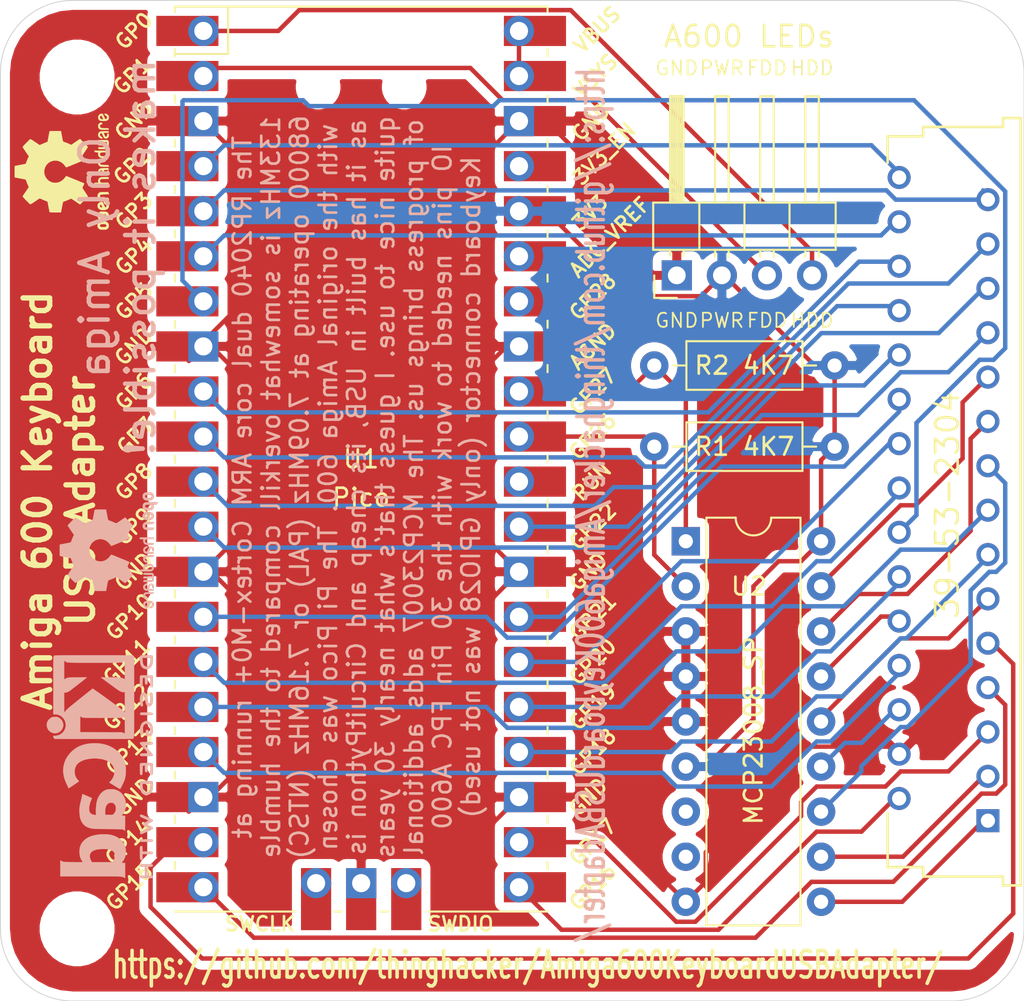
<source format=kicad_pcb>
(kicad_pcb (version 20171130) (host pcbnew "(5.1.10)-1")
  (layers (0 F.Cu signal hide) (31 B.Cu signal hide) (34 B.Paste user hide) (35 F.Paste user) (36 B.SilkS user) (37 F.SilkS user hide) (38 B.Mask user) (39 F.Mask user) (44 Edge.Cuts user))
  (net 0 "")
  (net 1 "Net-(U1-Pad43)")
  (net 2 "Net-(U1-Pad41)")
  (net 3 GND)
  (net 4 "Net-(U1-Pad30)")
  (net 5 "Net-(U1-Pad35)")
  (net 6 "Net-(U1-Pad37)")
  (net 7 "Net-(U1-Pad39)")
  (net 8 /M1Col5)
  (net 9 /M1Col4)
  (net 10 /M1Col3)
  (net 11 /M1Col2)
  (net 12 /M1Col1)
  (net 13 /M1Col0)
  (net 14 /M2Col5)
  (net 15 /M2Col4)
  (net 16 /M2Col3)
  (net 17 /M2Col2)
  (net 18 /CapsLockLEDPos)
  (net 19 /M2Col1)
  (net 20 /M2Col0)
  (net 21 /M1Row3)
  (net 22 /M1Row2)
  (net 23 /M1Row1)
  (net 24 /M1Row0)
  (net 25 /M1Col6)
  (net 26 /M1Col7)
  (net 27 /M1Col8)
  (net 28 /M1Col9)
  (net 29 /M1Col10)
  (net 30 /M1Col11)
  (net 31 /M1Col12)
  (net 32 /M1Col13)
  (net 33 /M1Col14)
  (net 34 /M2Row0)
  (net 35 /SCL)
  (net 36 /SDA)
  (net 37 /3.3V)
  (net 38 "Net-(U1-Pad34)")
  (net 39 /M2Col6)
  (net 40 /HDD_LED)
  (net 41 /FDD_LED)
  (net 42 /M1Row4)
  (module Symbol:KiCad-Logo2_5mm_SilkScreen (layer B.Cu) (at 137.668 107.442 270)
    (fp_text reference REF** hide)
    (fp_text value KiCad-Logo2_5mm_SilkScreen hide)
  )
  (module Symbol:OSHW-Logo2_7.3x6mm_SilkScreen (layer B.Cu) (at 138.176 95.25 270)
    (fp_text reference REF** hide)
    (fp_text value OSHW-Logo2_7.3x6mm_SilkScreen hide)
  )
  (module Symbol:OSHW-Logo2_7.3x6mm_SilkScreen (layer F.Cu) (at 135.636 73.914 90)
    (fp_text reference REF** hide)
    (fp_text value OSHW-Logo2_7.3x6mm_SilkScreen hide)
  )
  (module MountingHole:MountingHole_4mm (layer F.Cu) (at 185.674 68.58)
    (fp_text reference REF** hide)
    (fp_text value MountingHole_4mm)
    (pad "" np_thru_hole circle (at 0 0) (size 3.2 3.2) (drill 3.2) (layers *.Cu *.Mask))
  )
  (module Package_DIP:DIP-18_W7.62mm (layer F.Cu) (at 170.688 94.742)
    (fp_text reference U2 (at 3.556 2.54) (layer F.SilkS))
    (fp_text value MCP23008_SP (at 3.81 10.668 90) (layer F.SilkS))
    (pad 18 thru_hole oval (at 7.62 0) (size 1.6 1.6) (drill 0.8) (layers *.Cu *.Mask) (net 37 /3.3V))
    (pad 9 thru_hole oval (at 0 20.32) (size 1.6 1.6) (drill 0.8) (layers *.Cu *.Mask) (net 3 GND))
    (pad 17 thru_hole oval (at 7.62 2.54) (size 1.6 1.6) (drill 0.8) (layers *.Cu *.Mask) (net 25 /M1Col6))
    (pad 8 thru_hole oval (at 0 17.78) (size 1.6 1.6) (drill 0.8) (layers *.Cu *.Mask))
    (pad 16 thru_hole oval (at 7.62 5.08) (size 1.6 1.6) (drill 0.8) (layers *.Cu *.Mask) (net 9 /M1Col4))
    (pad 7 thru_hole oval (at 0 15.24) (size 1.6 1.6) (drill 0.8) (layers *.Cu *.Mask))
    (pad 15 thru_hole oval (at 7.62 7.62) (size 1.6 1.6) (drill 0.8) (layers *.Cu *.Mask) (net 17 /M2Col2))
    (pad 6 thru_hole oval (at 0 12.7) (size 1.6 1.6) (drill 0.8) (layers *.Cu *.Mask) (net 37 /3.3V))
    (pad 14 thru_hole oval (at 7.62 10.16) (size 1.6 1.6) (drill 0.8) (layers *.Cu *.Mask) (net 16 /M2Col3))
    (pad 5 thru_hole oval (at 0 10.16) (size 1.6 1.6) (drill 0.8) (layers *.Cu *.Mask) (net 3 GND))
    (pad 13 thru_hole oval (at 7.62 12.7) (size 1.6 1.6) (drill 0.8) (layers *.Cu *.Mask) (net 20 /M2Col0))
    (pad 4 thru_hole oval (at 0 7.62) (size 1.6 1.6) (drill 0.8) (layers *.Cu *.Mask) (net 3 GND))
    (pad 12 thru_hole oval (at 7.62 15.24) (size 1.6 1.6) (drill 0.8) (layers *.Cu *.Mask) (net 11 /M1Col2))
    (pad 3 thru_hole oval (at 0 5.08) (size 1.6 1.6) (drill 0.8) (layers *.Cu *.Mask) (net 3 GND))
    (pad 11 thru_hole oval (at 7.62 17.78) (size 1.6 1.6) (drill 0.8) (layers *.Cu *.Mask) (net 22 /M1Row2))
    (pad 2 thru_hole oval (at 0 2.54) (size 1.6 1.6) (drill 0.8) (layers *.Cu *.Mask) (net 36 /SDA))
    (pad 10 thru_hole oval (at 7.62 20.32) (size 1.6 1.6) (drill 0.8) (layers *.Cu *.Mask) (net 24 /M1Row0))
    (pad 1 thru_hole rect (at 0 0) (size 1.6 1.6) (drill 0.8) (layers *.Cu *.Mask) (net 35 /SCL))
  )
  (module eec:Molex-39-53-2304-Manufacturer_Recommended (layer F.Cu) (at 187.706 110.49 90)
    (fp_text reference J2 hide)
    (fp_text value 39-53-2304 (at 17.78 -2.286 90) (layer F.SilkS) (effects (font (size 1.27 1.27))))
    (pad 20 thru_hole circle (at 23.750001 -5 90) (size 1.3 1.3) (drill 0.800001) (layers *.Cu *.Mask) (net 8 /M1Col5))
    (pad 19 thru_hole circle (at 22.500001 0 90) (size 1.3 1.3) (drill 0.800001) (layers *.Cu *.Mask) (net 9 /M1Col4))
    (pad 18 thru_hole circle (at 21.250001 -5 90) (size 1.3 1.3) (drill 0.800001) (layers *.Cu *.Mask) (net 10 /M1Col3))
    (pad 17 thru_hole circle (at 20.000001 0 90) (size 1.3 1.3) (drill 0.800001) (layers *.Cu *.Mask) (net 11 /M1Col2))
    (pad 16 thru_hole circle (at 18.750001 -5 90) (size 1.3 1.3) (drill 0.800001) (layers *.Cu *.Mask) (net 12 /M1Col1))
    (pad 15 thru_hole circle (at 17.500001 0 90) (size 1.3 1.3) (drill 0.800001) (layers *.Cu *.Mask) (net 13 /M1Col0))
    (pad 14 thru_hole circle (at 16.250001 -5 90) (size 1.3 1.3) (drill 0.800001) (layers *.Cu *.Mask) (net 39 /M2Col6))
    (pad 13 thru_hole circle (at 15 0 90) (size 1.3 1.3) (drill 0.800001) (layers *.Cu *.Mask) (net 14 /M2Col5))
    (pad 12 thru_hole circle (at 13.75 -5 90) (size 1.3 1.3) (drill 0.800001) (layers *.Cu *.Mask) (net 15 /M2Col4))
    (pad 11 thru_hole circle (at 12.5 0 90) (size 1.3 1.3) (drill 0.800001) (layers *.Cu *.Mask) (net 16 /M2Col3))
    (pad 10 thru_hole circle (at 11.25 -5 90) (size 1.3 1.3) (drill 0.800001) (layers *.Cu *.Mask) (net 17 /M2Col2))
    (pad 9 thru_hole circle (at 10 0 90) (size 1.3 1.3) (drill 0.800001) (layers *.Cu *.Mask) (net 18 /CapsLockLEDPos))
    (pad 8 thru_hole circle (at 8.75 -5 90) (size 1.3 1.3) (drill 0.800001) (layers *.Cu *.Mask) (net 19 /M2Col1))
    (pad 7 thru_hole circle (at 7.5 0 90) (size 1.3 1.3) (drill 0.800001) (layers *.Cu *.Mask) (net 42 /M1Row4))
    (pad 6 thru_hole circle (at 6.25 -5 90) (size 1.3 1.3) (drill 0.800001) (layers *.Cu *.Mask) (net 20 /M2Col0))
    (pad 5 thru_hole circle (at 5 0 90) (size 1.3 1.3) (drill 0.800001) (layers *.Cu *.Mask) (net 21 /M1Row3))
    (pad 4 thru_hole circle (at 3.75 -5 90) (size 1.3 1.3) (drill 0.800001) (layers *.Cu *.Mask) (net 3 GND))
    (pad 3 thru_hole circle (at 2.5 0 90) (size 1.3 1.3) (drill 0.800001) (layers *.Cu *.Mask) (net 22 /M1Row2))
    (pad 2 thru_hole circle (at 1.25 -5 90) (size 1.3 1.3) (drill 0.800001) (layers *.Cu *.Mask) (net 23 /M1Row1))
    (pad 1 thru_hole rect (at 0 0 90) (size 1.3 1.3) (drill 0.800001) (layers *.Cu *.Mask) (net 24 /M1Row0))
    (pad 21 thru_hole circle (at 25.000001 0 90) (size 1.3 1.3) (drill 0.800001) (layers *.Cu *.Mask) (net 25 /M1Col6))
    (pad 22 thru_hole circle (at 26.250001 -5 90) (size 1.3 1.3) (drill 0.800001) (layers *.Cu *.Mask) (net 26 /M1Col7))
    (pad 23 thru_hole circle (at 27.500001 0 90) (size 1.3 1.3) (drill 0.800001) (layers *.Cu *.Mask) (net 27 /M1Col8))
    (pad 24 thru_hole circle (at 28.750001 -5 90) (size 1.3 1.3) (drill 0.800001) (layers *.Cu *.Mask) (net 28 /M1Col9))
    (pad 25 thru_hole circle (at 30.000001 0 90) (size 1.3 1.3) (drill 0.800001) (layers *.Cu *.Mask) (net 29 /M1Col10))
    (pad 26 thru_hole circle (at 31.250001 -5 90) (size 1.3 1.3) (drill 0.800001) (layers *.Cu *.Mask) (net 30 /M1Col11))
    (pad 27 thru_hole circle (at 32.500001 0 90) (size 1.3 1.3) (drill 0.800001) (layers *.Cu *.Mask) (net 31 /M1Col12))
    (pad 28 thru_hole circle (at 33.750001 -5 90) (size 1.3 1.3) (drill 0.800001) (layers *.Cu *.Mask) (net 32 /M1Col13))
    (pad 29 thru_hole circle (at 35.000001 0 90) (size 1.3 1.3) (drill 0.800001) (layers *.Cu *.Mask) (net 33 /M1Col14))
    (pad 30 thru_hole circle (at 36.250001 -5 90) (size 1.3 1.3) (drill 0.800001) (layers *.Cu *.Mask) (net 34 /M2Row0))
  )
  (module MountingHole:MountingHole_4mm (layer F.Cu) (at 185.674 116.332)
    (fp_text reference REF** hide)
    (fp_text value MountingHole_4mm)
    (pad "" np_thru_hole circle (at 0 0) (size 3.2 3.2) (drill 3.2) (layers *.Cu *.Mask))
  )
  (module MCU_RaspberryPi_and_Boards:RPi_Pico_SMD_TH (layer F.Cu) (at 152.4 90.111)
    (fp_text reference U1 (at 0 0 180) (layer F.SilkS))
    (fp_text value Pico (at 0 2.159) (layer F.SilkS))
    (fp_text user SWDIO (at 5.6 26.2) (layer F.SilkS) (effects (font (size 0.8 0.8))))
    (fp_text user SWCLK (at -5.7 26.2) (layer F.SilkS) (effects (font (size 0.8 0.8))))
    (fp_text user AGND (at 13.054 -6.35 45) (layer F.SilkS) (effects (font (size 0.8 0.8))))
    (fp_text user GND (at 12.954 -18.991 45) (layer F.SilkS) (effects (font (size 0.8 0.8))))
    (fp_text user GND (at 12.8 6.35 45) (layer F.SilkS) (effects (font (size 0.8 0.8))))
    (fp_text user GND (at 12.8 19.05 45) (layer F.SilkS) (effects (font (size 0.8 0.8))))
    (fp_text user GND (at -12.8 19.05 45) (layer F.SilkS) (effects (font (size 0.8 0.8))))
    (fp_text user GND (at -12.8 6.35 45) (layer F.SilkS) (effects (font (size 0.8 0.8))))
    (fp_text user GND (at -12.8 -6.35 45) (layer F.SilkS) (effects (font (size 0.8 0.8))))
    (fp_text user GND (at -12.8 -19.05 45) (layer F.SilkS) (effects (font (size 0.8 0.8))))
    (fp_text user VBUS (at 13.3 -24.2 45) (layer F.SilkS) (effects (font (size 0.8 0.8))))
    (fp_text user VSYS (at 13.2 -21.59 45) (layer F.SilkS) (effects (font (size 0.8 0.8))))
    (fp_text user 3V3_EN (at 13.7 -17.2 45) (layer F.SilkS) (effects (font (size 0.8 0.8))))
    (fp_text user 3V3 (at 12.9 -13.9 45) (layer F.SilkS) (effects (font (size 0.8 0.8))))
    (fp_text user ADC_VREF (at 14 -12.5 45) (layer F.SilkS) (effects (font (size 0.8 0.8))))
    (fp_text user GP28 (at 13.054 -9.144 45) (layer F.SilkS) (effects (font (size 0.8 0.8))))
    (fp_text user GP27 (at 13.054 -3.8 45) (layer F.SilkS) (effects (font (size 0.8 0.8))))
    (fp_text user GP26 (at 13.054 -1.27 45) (layer F.SilkS) (effects (font (size 0.8 0.8))))
    (fp_text user RUN (at 13 1.27 45) (layer F.SilkS) (effects (font (size 0.8 0.8))))
    (fp_text user GP22 (at 13.054 3.81 45) (layer F.SilkS) (effects (font (size 0.8 0.8))))
    (fp_text user GP21 (at 13.054 8.9 45) (layer F.SilkS) (effects (font (size 0.8 0.8))))
    (fp_text user GP20 (at 13.054 11.43 45) (layer F.SilkS) (effects (font (size 0.8 0.8))))
    (fp_text user GP19 (at 13.054 13.97 45) (layer F.SilkS) (effects (font (size 0.8 0.8))))
    (fp_text user GP18 (at 13.054 16.51 45) (layer F.SilkS) (effects (font (size 0.8 0.8))))
    (fp_text user GP17 (at 13.054 21.59 45) (layer F.SilkS) (effects (font (size 0.8 0.8))))
    (fp_text user GP16 (at 13.054 24.13 45) (layer F.SilkS) (effects (font (size 0.8 0.8))))
    (fp_text user GP15 (at -13.054 24.13 45) (layer F.SilkS) (effects (font (size 0.8 0.8))))
    (fp_text user GP14 (at -13.1 21.59 45) (layer F.SilkS) (effects (font (size 0.8 0.8))))
    (fp_text user GP13 (at -13.054 16.51 45) (layer F.SilkS) (effects (font (size 0.8 0.8))))
    (fp_text user GP12 (at -13.2 13.97 45) (layer F.SilkS) (effects (font (size 0.8 0.8))))
    (fp_text user GP11 (at -13.2 11.43 45) (layer F.SilkS) (effects (font (size 0.8 0.8))))
    (fp_text user GP10 (at -13.054 8.89 45) (layer F.SilkS) (effects (font (size 0.8 0.8))))
    (fp_text user GP9 (at -12.8 3.81 45) (layer F.SilkS) (effects (font (size 0.8 0.8))))
    (fp_text user GP8 (at -12.8 1.27 45) (layer F.SilkS) (effects (font (size 0.8 0.8))))
    (fp_text user GP7 (at -12.7 -1.3 45) (layer F.SilkS) (effects (font (size 0.8 0.8))))
    (fp_text user GP6 (at -12.8 -3.81 45) (layer F.SilkS) (effects (font (size 0.8 0.8))))
    (fp_text user GP5 (at -12.8 -8.89 45) (layer F.SilkS) (effects (font (size 0.8 0.8))))
    (fp_text user GP4 (at -12.8 -11.43 45) (layer F.SilkS) (effects (font (size 0.8 0.8))))
    (fp_text user GP3 (at -12.8 -13.97 45) (layer F.SilkS) (effects (font (size 0.8 0.8))))
    (fp_text user GP0 (at -12.8 -24.13 45) (layer F.SilkS) (effects (font (size 0.8 0.8))))
    (fp_text user GP2 (at -12.9 -16.51 45) (layer F.SilkS) (effects (font (size 0.8 0.8))))
    (fp_text user GP1 (at -12.9 -21.6 45) (layer F.SilkS) (effects (font (size 0.8 0.8))))
    (pad 43 thru_hole oval (at 2.54 23.9) (size 1.7 1.7) (drill 1.02) (layers *.Cu *.Mask) (net 1 "Net-(U1-Pad43)"))
    (pad 43 smd rect (at 2.54 23.9 90) (size 3.5 1.7) (drill (offset -0.9 0)) (layers F.Cu F.Mask) (net 1 "Net-(U1-Pad43)"))
    (pad 42 thru_hole rect (at 0 23.9) (size 1.7 1.7) (drill 1.02) (layers *.Cu *.Mask) (net 3 GND))
    (pad 42 smd rect (at 0 23.9 90) (size 3.5 1.7) (drill (offset -0.9 0)) (layers F.Cu F.Mask) (net 3 GND))
    (pad 41 thru_hole oval (at -2.54 23.9) (size 1.7 1.7) (drill 1.02) (layers *.Cu *.Mask) (net 2 "Net-(U1-Pad41)"))
    (pad 41 smd rect (at -2.54 23.9 90) (size 3.5 1.7) (drill (offset -0.9 0)) (layers F.Cu F.Mask) (net 2 "Net-(U1-Pad41)"))
    (pad "" np_thru_hole oval (at 2.425 -20.97) (size 1.5 1.5) (drill 1.5) (layers *.Cu *.Mask))
    (pad "" np_thru_hole oval (at -2.425 -20.97) (size 1.5 1.5) (drill 1.5) (layers *.Cu *.Mask))
    (pad "" np_thru_hole oval (at 2.725 -24) (size 1.8 1.8) (drill 1.8) (layers *.Cu *.Mask))
    (pad "" np_thru_hole oval (at -2.725 -24) (size 1.8 1.8) (drill 1.8) (layers *.Cu *.Mask))
    (pad 21 smd rect (at 8.89 24.13) (size 3.5 1.7) (drill (offset 0.9 0)) (layers F.Cu F.Mask) (net 23 /M1Row1))
    (pad 22 smd rect (at 8.89 21.59) (size 3.5 1.7) (drill (offset 0.9 0)) (layers F.Cu F.Mask) (net 21 /M1Row3))
    (pad 23 smd rect (at 8.89 19.05) (size 3.5 1.7) (drill (offset 0.9 0)) (layers F.Cu F.Mask) (net 3 GND))
    (pad 24 smd rect (at 8.89 16.51) (size 3.5 1.7) (drill (offset 0.9 0)) (layers F.Cu F.Mask) (net 14 /M2Col5))
    (pad 25 smd rect (at 8.89 13.97) (size 3.5 1.7) (drill (offset 0.9 0)) (layers F.Cu F.Mask) (net 13 /M1Col0))
    (pad 26 smd rect (at 8.89 11.43) (size 3.5 1.7) (drill (offset 0.9 0)) (layers F.Cu F.Mask) (net 10 /M1Col3))
    (pad 27 smd rect (at 8.89 8.89) (size 3.5 1.7) (drill (offset 0.9 0)) (layers F.Cu F.Mask) (net 27 /M1Col8))
    (pad 28 smd rect (at 8.89 6.35) (size 3.5 1.7) (drill (offset 0.9 0)) (layers F.Cu F.Mask) (net 3 GND))
    (pad 29 smd rect (at 8.89 3.81) (size 3.5 1.7) (drill (offset 0.9 0)) (layers F.Cu F.Mask) (net 29 /M1Col10))
    (pad 30 smd rect (at 8.89 1.27) (size 3.5 1.7) (drill (offset 0.9 0)) (layers F.Cu F.Mask) (net 4 "Net-(U1-Pad30)"))
    (pad 31 smd rect (at 8.89 -1.27) (size 3.5 1.7) (drill (offset 0.9 0)) (layers F.Cu F.Mask) (net 36 /SDA))
    (pad 32 smd rect (at 8.89 -3.81) (size 3.5 1.7) (drill (offset 0.9 0)) (layers F.Cu F.Mask) (net 35 /SCL))
    (pad 33 smd rect (at 8.89 -6.35) (size 3.5 1.7) (drill (offset 0.9 0)) (layers F.Cu F.Mask) (net 3 GND))
    (pad 34 smd rect (at 8.89 -8.89) (size 3.5 1.7) (drill (offset 0.9 0)) (layers F.Cu F.Mask) (net 38 "Net-(U1-Pad34)"))
    (pad 35 smd rect (at 8.89 -11.43) (size 3.5 1.7) (drill (offset 0.9 0)) (layers F.Cu F.Mask) (net 5 "Net-(U1-Pad35)"))
    (pad 36 smd rect (at 8.89 -13.97) (size 3.5 1.7) (drill (offset 0.9 0)) (layers F.Cu F.Mask) (net 37 /3.3V))
    (pad 37 smd rect (at 8.89 -16.51) (size 3.5 1.7) (drill (offset 0.9 0)) (layers F.Cu F.Mask) (net 6 "Net-(U1-Pad37)"))
    (pad 38 smd rect (at 8.89 -19.05) (size 3.5 1.7) (drill (offset 0.9 0)) (layers F.Cu F.Mask) (net 3 GND))
    (pad 39 smd rect (at 8.89 -21.59) (size 3.5 1.7) (drill (offset 0.9 0)) (layers F.Cu F.Mask) (net 7 "Net-(U1-Pad39)"))
    (pad 40 smd rect (at 8.89 -24.13) (size 3.5 1.7) (drill (offset 0.9 0)) (layers F.Cu F.Mask) (net 7 "Net-(U1-Pad39)"))
    (pad 20 smd rect (at -8.89 24.13) (size 3.5 1.7) (drill (offset -0.9 0)) (layers F.Cu F.Mask) (net 42 /M1Row4))
    (pad 19 smd rect (at -8.89 21.59) (size 3.5 1.7) (drill (offset -0.9 0)) (layers F.Cu F.Mask) (net 18 /CapsLockLEDPos))
    (pad 18 smd rect (at -8.89 19.05) (size 3.5 1.7) (drill (offset -0.9 0)) (layers F.Cu F.Mask) (net 3 GND))
    (pad 17 smd rect (at -8.89 16.51) (size 3.5 1.7) (drill (offset -0.9 0)) (layers F.Cu F.Mask) (net 19 /M2Col1))
    (pad 16 smd rect (at -8.89 13.97) (size 3.5 1.7) (drill (offset -0.9 0)) (layers F.Cu F.Mask) (net 15 /M2Col4))
    (pad 15 smd rect (at -8.89 11.43) (size 3.5 1.7) (drill (offset -0.9 0)) (layers F.Cu F.Mask) (net 12 /M1Col1))
    (pad 14 smd rect (at -8.89 8.89) (size 3.5 1.7) (drill (offset -0.9 0)) (layers F.Cu F.Mask) (net 8 /M1Col5))
    (pad 13 smd rect (at -8.89 6.35) (size 3.5 1.7) (drill (offset -0.9 0)) (layers F.Cu F.Mask) (net 3 GND))
    (pad 12 smd rect (at -8.89 3.81) (size 3.5 1.7) (drill (offset -0.9 0)) (layers F.Cu F.Mask) (net 26 /M1Col7))
    (pad 11 smd rect (at -8.89 1.27) (size 3.5 1.7) (drill (offset -0.9 0)) (layers F.Cu F.Mask) (net 28 /M1Col9))
    (pad 10 smd rect (at -8.89 -1.27) (size 3.5 1.7) (drill (offset -0.9 0)) (layers F.Cu F.Mask) (net 31 /M1Col12))
    (pad 9 smd rect (at -8.89 -3.81) (size 3.5 1.7) (drill (offset -0.9 0)) (layers F.Cu F.Mask) (net 30 /M1Col11))
    (pad 8 smd rect (at -8.89 -6.35) (size 3.5 1.7) (drill (offset -0.9 0)) (layers F.Cu F.Mask) (net 3 GND))
    (pad 7 smd rect (at -8.89 -8.89) (size 3.5 1.7) (drill (offset -0.9 0)) (layers F.Cu F.Mask) (net 39 /M2Col6))
    (pad 6 smd rect (at -8.89 -11.43) (size 3.5 1.7) (drill (offset -0.9 0)) (layers F.Cu F.Mask) (net 32 /M1Col13))
    (pad 5 smd rect (at -8.89 -13.97) (size 3.5 1.7) (drill (offset -0.9 0)) (layers F.Cu F.Mask) (net 33 /M1Col14))
    (pad 4 smd rect (at -8.89 -16.51) (size 3.5 1.7) (drill (offset -0.9 0)) (layers F.Cu F.Mask) (net 34 /M2Row0))
    (pad 3 smd rect (at -8.89 -19.05) (size 3.5 1.7) (drill (offset -0.9 0)) (layers F.Cu F.Mask) (net 3 GND))
    (pad 2 smd rect (at -8.89 -21.59) (size 3.5 1.7) (drill (offset -0.9 0)) (layers F.Cu F.Mask) (net 41 /FDD_LED))
    (pad 1 smd rect (at -8.89 -24.13) (size 3.5 1.7) (drill (offset -0.9 0)) (layers F.Cu F.Mask) (net 40 /HDD_LED))
    (pad 40 thru_hole oval (at 8.89 -24.13) (size 1.7 1.7) (drill 1.02) (layers *.Cu *.Mask) (net 7 "Net-(U1-Pad39)"))
    (pad 39 thru_hole oval (at 8.89 -21.59) (size 1.7 1.7) (drill 1.02) (layers *.Cu *.Mask) (net 7 "Net-(U1-Pad39)"))
    (pad 38 thru_hole rect (at 8.89 -19.05) (size 1.7 1.7) (drill 1.02) (layers *.Cu *.Mask) (net 3 GND))
    (pad 37 thru_hole oval (at 8.89 -16.51) (size 1.7 1.7) (drill 1.02) (layers *.Cu *.Mask) (net 6 "Net-(U1-Pad37)"))
    (pad 36 thru_hole oval (at 8.89 -13.97) (size 1.7 1.7) (drill 1.02) (layers *.Cu *.Mask) (net 37 /3.3V))
    (pad 35 thru_hole oval (at 8.89 -11.43) (size 1.7 1.7) (drill 1.02) (layers *.Cu *.Mask) (net 5 "Net-(U1-Pad35)"))
    (pad 34 thru_hole oval (at 8.89 -8.89) (size 1.7 1.7) (drill 1.02) (layers *.Cu *.Mask) (net 38 "Net-(U1-Pad34)"))
    (pad 33 thru_hole rect (at 8.89 -6.35) (size 1.7 1.7) (drill 1.02) (layers *.Cu *.Mask) (net 3 GND))
    (pad 32 thru_hole oval (at 8.89 -3.81) (size 1.7 1.7) (drill 1.02) (layers *.Cu *.Mask) (net 35 /SCL))
    (pad 31 thru_hole oval (at 8.89 -1.27) (size 1.7 1.7) (drill 1.02) (layers *.Cu *.Mask) (net 36 /SDA))
    (pad 30 thru_hole oval (at 8.89 1.27) (size 1.7 1.7) (drill 1.02) (layers *.Cu *.Mask) (net 4 "Net-(U1-Pad30)"))
    (pad 29 thru_hole oval (at 8.89 3.81) (size 1.7 1.7) (drill 1.02) (layers *.Cu *.Mask) (net 29 /M1Col10))
    (pad 28 thru_hole rect (at 8.89 6.35) (size 1.7 1.7) (drill 1.02) (layers *.Cu *.Mask) (net 3 GND))
    (pad 27 thru_hole oval (at 8.89 8.89) (size 1.7 1.7) (drill 1.02) (layers *.Cu *.Mask) (net 27 /M1Col8))
    (pad 26 thru_hole oval (at 8.89 11.43) (size 1.7 1.7) (drill 1.02) (layers *.Cu *.Mask) (net 10 /M1Col3))
    (pad 25 thru_hole oval (at 8.89 13.97) (size 1.7 1.7) (drill 1.02) (layers *.Cu *.Mask) (net 13 /M1Col0))
    (pad 24 thru_hole oval (at 8.89 16.51) (size 1.7 1.7) (drill 1.02) (layers *.Cu *.Mask) (net 14 /M2Col5))
    (pad 23 thru_hole rect (at 8.89 19.05) (size 1.7 1.7) (drill 1.02) (layers *.Cu *.Mask) (net 3 GND))
    (pad 22 thru_hole oval (at 8.89 21.59) (size 1.7 1.7) (drill 1.02) (layers *.Cu *.Mask) (net 21 /M1Row3))
    (pad 21 thru_hole oval (at 8.89 24.13) (size 1.7 1.7) (drill 1.02) (layers *.Cu *.Mask) (net 23 /M1Row1))
    (pad 20 thru_hole oval (at -8.89 24.13) (size 1.7 1.7) (drill 1.02) (layers *.Cu *.Mask) (net 42 /M1Row4))
    (pad 19 thru_hole oval (at -8.89 21.59) (size 1.7 1.7) (drill 1.02) (layers *.Cu *.Mask) (net 18 /CapsLockLEDPos))
    (pad 18 thru_hole rect (at -8.89 19.05) (size 1.7 1.7) (drill 1.02) (layers *.Cu *.Mask) (net 3 GND))
    (pad 17 thru_hole oval (at -8.89 16.51) (size 1.7 1.7) (drill 1.02) (layers *.Cu *.Mask) (net 19 /M2Col1))
    (pad 16 thru_hole oval (at -8.89 13.97) (size 1.7 1.7) (drill 1.02) (layers *.Cu *.Mask) (net 15 /M2Col4))
    (pad 15 thru_hole oval (at -8.89 11.43) (size 1.7 1.7) (drill 1.02) (layers *.Cu *.Mask) (net 12 /M1Col1))
    (pad 14 thru_hole oval (at -8.89 8.89) (size 1.7 1.7) (drill 1.02) (layers *.Cu *.Mask) (net 8 /M1Col5))
    (pad 13 thru_hole rect (at -8.89 6.35) (size 1.7 1.7) (drill 1.02) (layers *.Cu *.Mask) (net 3 GND))
    (pad 12 thru_hole oval (at -8.89 3.81) (size 1.7 1.7) (drill 1.02) (layers *.Cu *.Mask) (net 26 /M1Col7))
    (pad 11 thru_hole oval (at -8.89 1.27) (size 1.7 1.7) (drill 1.02) (layers *.Cu *.Mask) (net 28 /M1Col9))
    (pad 10 thru_hole oval (at -8.89 -1.27) (size 1.7 1.7) (drill 1.02) (layers *.Cu *.Mask) (net 31 /M1Col12))
    (pad 9 thru_hole oval (at -8.89 -3.81) (size 1.7 1.7) (drill 1.02) (layers *.Cu *.Mask) (net 30 /M1Col11))
    (pad 8 thru_hole rect (at -8.89 -6.35) (size 1.7 1.7) (drill 1.02) (layers *.Cu *.Mask) (net 3 GND))
    (pad 7 thru_hole oval (at -8.89 -8.89) (size 1.7 1.7) (drill 1.02) (layers *.Cu *.Mask) (net 39 /M2Col6))
    (pad 6 thru_hole oval (at -8.89 -11.43) (size 1.7 1.7) (drill 1.02) (layers *.Cu *.Mask) (net 32 /M1Col13))
    (pad 5 thru_hole oval (at -8.89 -13.97) (size 1.7 1.7) (drill 1.02) (layers *.Cu *.Mask) (net 33 /M1Col14))
    (pad 4 thru_hole oval (at -8.89 -16.51) (size 1.7 1.7) (drill 1.02) (layers *.Cu *.Mask) (net 34 /M2Row0))
    (pad 3 thru_hole rect (at -8.89 -19.05) (size 1.7 1.7) (drill 1.02) (layers *.Cu *.Mask) (net 3 GND))
    (pad 2 thru_hole oval (at -8.89 -21.59) (size 1.7 1.7) (drill 1.02) (layers *.Cu *.Mask) (net 41 /FDD_LED))
    (pad 1 thru_hole oval (at -8.89 -24.13) (size 1.7 1.7) (drill 1.02) (layers *.Cu *.Mask) (net 40 /HDD_LED))
  )
  (module Resistor_THT:R_Axial_DIN0207_L6.3mm_D2.5mm_P10.16mm_Horizontal (layer F.Cu) (at 168.91 84.836)
    (fp_text reference R2 hide)
    (fp_text value 4K7)
    (fp_text user "%R %V" (at 5.08 0) (layer F.SilkS))
    (pad 2 thru_hole oval (at 10.16 0) (size 1.6 1.6) (drill 0.8) (layers *.Cu *.Mask) (net 37 /3.3V))
    (pad 1 thru_hole circle (at 0 0) (size 1.6 1.6) (drill 0.8) (layers *.Cu *.Mask) (net 35 /SCL))
  )
  (module Resistor_THT:R_Axial_DIN0207_L6.3mm_D2.5mm_P10.16mm_Horizontal (layer F.Cu) (at 168.91 89.408)
    (fp_text reference R1 hide)
    (fp_text value 4K7)
    (fp_text user "%R %V" (at 5.08 0) (layer F.SilkS))
    (pad 2 thru_hole oval (at 10.16 0) (size 1.6 1.6) (drill 0.8) (layers *.Cu *.Mask) (net 37 /3.3V))
    (pad 1 thru_hole circle (at 0 0) (size 1.6 1.6) (drill 0.8) (layers *.Cu *.Mask) (net 36 /SDA))
  )
  (module MountingHole:MountingHole_4mm (layer F.Cu) (at 136.398 68.58)
    (fp_text reference REF** hide)
    (fp_text value MountingHole_4mm)
    (pad "" np_thru_hole circle (at 0 0) (size 3.2 3.2) (drill 3.2) (layers *.Cu *.Mask))
  )
  (module MountingHole:MountingHole_4mm (layer F.Cu) (at 136.398 116.586)
    (fp_text reference REF** hide)
    (fp_text value MountingHole_4mm)
    (pad "" np_thru_hole circle (at 0 0) (size 3.2 3.2) (drill 3.2) (layers *.Cu *.Mask))
  )
  (module Connector_PinHeader_2.54mm:PinHeader_1x04_P2.54mm_Horizontal (layer F.Cu) (at 170.18 79.756 90)
    (fp_text reference J1 hide)
    (fp_text value Conn_01x04_Male)
    (pad 4 thru_hole oval (at 0 7.62 90) (size 1.7 1.7) (drill 1) (layers *.Cu *.Mask) (net 40 /HDD_LED))
    (pad 3 thru_hole oval (at 0 5.08 90) (size 1.7 1.7) (drill 1) (layers *.Cu *.Mask) (net 41 /FDD_LED))
    (pad 2 thru_hole oval (at 0 2.54 90) (size 1.7 1.7) (drill 1) (layers *.Cu *.Mask) (net 37 /3.3V))
    (pad 1 thru_hole rect (at 0 0 90) (size 1.7 1.7) (drill 1) (layers *.Cu *.Mask) (net 3 GND))
  )
  (gr_text https://github.com/thinghacker/Amiga600KeyboardUSBAdapter/ (at 161.798 118.618) (layer F.SilkS) (effects (font (size 1.5 0.95) (thickness 0.2))))
  (gr_text "The RP2040 dual core ARM Cortex-M0+ running at\n133MHz is somewhat overkill compared to the humble\n68000 operating at 7.09MHz (PAL) or 7.16MHz (NTSC)\nwith the original Amiga 600. The Pi Pico was chosen\nas it has built in USB, its cheap and CircuitPython is\nquite nice to use. I guess that's what nearly 30 years\nof progress brings us. The MCP23007 adds additional\nIO pins needed to work with the 30 Pin FPC A600\nKeyboard connector (only GPIO28 was not used)" (at 152.146 91.694 90) (layer B.SilkS) (effects (font (size 1 1)) (justify mirror)))
  (gr_text HDD (at 177.8 68.072) (layer F.SilkS) (effects (font (size 0.8 0.8) (thickness 0.1))))
  (gr_text PWR (at 172.72 68.072) (layer F.SilkS) (effects (font (size 0.8 0.8) (thickness 0.1))))
  (gr_text GND (at 170.18 68.072) (layer F.SilkS) (effects (font (size 0.8 0.8) (thickness 0.1))))
  (gr_text FDD (at 175.26 68.072) (layer F.SilkS) (effects (font (size 0.8 0.8) (thickness 0.1))))
  (gr_text https://github.com/thinghacker/Amiga600KeyboardUSBAdapter/ (at 165.354 92.71 90) (layer B.SilkS) (effects (font (size 1.5 1) (thickness 0.2)) (justify mirror)))
  (gr_text "Only Amiga\nmakes it possible!" (at 138.684 78.74 90) (layer B.SilkS) (effects (font (size 1.6 1.6) (thickness 0.25)) (justify mirror)))
  (gr_text "A600 LEDs" (at 174.244 66.294) (layer F.SilkS) (effects (font (size 1.2 1.2))))
  (gr_text GND (at 170.18 82.296) (layer F.SilkS) (effects (font (size 0.8 0.8) (thickness 0.1))))
  (gr_text PWR (at 172.72 82.296) (layer F.SilkS) (effects (font (size 0.8 0.8) (thickness 0.1))))
  (gr_text HDD (at 177.8 82.296) (layer F.SilkS) (effects (font (size 0.8 0.8) (thickness 0.1))))
  (gr_text FDD (at 175.26 82.296) (layer F.SilkS) (effects (font (size 0.8 0.8) (thickness 0.1))))
  (gr_text "Amiga 600 Keyboard\nUSB Adapter" (at 135.382 92.456 90) (layer F.SilkS) (effects (font (size 1.5 1.5) (thickness 0.3))))
  (gr_line (start 132.08 116.586) (end 132.08 68.326) (layer Edge.Cuts) (width 0.05))
  (gr_line (start 185.674 120.65) (end 136.144 120.65) (layer Edge.Cuts) (width 0.05))
  (gr_line (start 189.738 68.326) (end 189.738 116.586) (layer Edge.Cuts) (width 0.05))
  (gr_line (start 136.144 64.262) (end 185.674 64.262) (layer Edge.Cuts) (width 0.05))
  (gr_arc (start 136.144 68.326) (end 136.144 64.262) (angle -90) (layer Edge.Cuts) (width 0.05))
  (gr_arc (start 136.144 116.586) (end 132.08 116.586) (angle -90) (layer Edge.Cuts) (width 0.05))
  (gr_arc (start 185.674 116.586) (end 185.674 120.65) (angle -90) (layer Edge.Cuts) (width 0.05))
  (gr_arc (start 185.674 68.326) (end 189.738 68.326) (angle -90) (layer Edge.Cuts) (width 0.05))
  (segment (start 163.845 109.161) (end 161.29 109.161) (width 0.25) (layer F.Cu) (net 3))
  (segment (start 143.51 71.061) (end 145.796 73.347) (width 0.25) (layer F.Cu) (net 3))
  (segment (start 145.796 81.220002) (end 143.51 83.506002) (width 0.25) (layer F.Cu) (net 3))
  (segment (start 143.51 83.506002) (end 143.51 83.761) (width 0.25) (layer F.Cu) (net 3))
  (segment (start 145.796 73.347) (end 145.796 81.220002) (width 0.25) (layer F.Cu) (net 3))
  (segment (start 161.29 83.761) (end 160.587 83.761) (width 0.25) (layer F.Cu) (net 3))
  (segment (start 160.587 83.761) (end 158.242 86.106) (width 0.25) (layer F.Cu) (net 3))
  (segment (start 158.242 93.413) (end 161.29 96.461) (width 0.25) (layer F.Cu) (net 3))
  (segment (start 158.242 86.106) (end 158.242 93.413) (width 0.25) (layer F.Cu) (net 3))
  (segment (start 143.51 96.461) (end 143.959 96.461) (width 0.25) (layer F.Cu) (net 3))
  (segment (start 143.959 96.461) (end 147.066 99.568) (width 0.25) (layer F.Cu) (net 3))
  (segment (start 147.066 99.568) (end 147.066 105.605) (width 0.25) (layer F.Cu) (net 3))
  (segment (start 152.4 110.939) (end 152.4 114.011) (width 0.25) (layer F.Cu) (net 3))
  (segment (start 142.689 109.982) (end 143.51 109.161) (width 0.25) (layer F.Cu) (net 3))
  (segment (start 143.891412 109.161) (end 143.51 109.161) (width 0.25) (layer F.Cu) (net 3))
  (segment (start 147.066 105.986412) (end 143.891412 109.161) (width 0.25) (layer F.Cu) (net 3))
  (segment (start 147.066 105.605) (end 147.066 105.986412) (width 0.25) (layer F.Cu) (net 3))
  (segment (start 142.689 84.582) (end 143.51 83.761) (width 0.25) (layer F.Cu) (net 3))
  (segment (start 161.29 96.461) (end 151.8625 105.8885) (width 0.25) (layer F.Cu) (net 3))
  (segment (start 147.066 105.605) (end 147.3495 105.8885) (width 0.25) (layer F.Cu) (net 3))
  (segment (start 151.8625 105.8885) (end 147.3495 105.8885) (width 0.25) (layer F.Cu) (net 3))
  (segment (start 147.3495 105.8885) (end 152.4 110.939) (width 0.25) (layer F.Cu) (net 3))
  (segment (start 159.512 110.939) (end 161.29 109.161) (width 0.25) (layer F.Cu) (net 3))
  (segment (start 152.4 110.939) (end 159.512 110.939) (width 0.25) (layer F.Cu) (net 3))
  (segment (start 164.787 109.161) (end 161.29 109.161) (width 0.25) (layer F.Cu) (net 3))
  (segment (start 170.688 115.062) (end 164.787 109.161) (width 0.25) (layer F.Cu) (net 3))
  (segment (start 169.046 104.902) (end 164.787 109.161) (width 0.25) (layer F.Cu) (net 3))
  (segment (start 170.688 104.902) (end 169.046 104.902) (width 0.25) (layer F.Cu) (net 3))
  (segment (start 170.688 99.822) (end 170.688 102.362) (width 0.25) (layer F.Cu) (net 3))
  (segment (start 170.688 104.902) (end 170.688 102.362) (width 0.25) (layer F.Cu) (net 3))
  (segment (start 161.29 83.761) (end 160.215 83.761) (width 0.25) (layer F.Cu) (net 3))
  (segment (start 160.215 83.761) (end 157.48 81.026) (width 0.25) (layer F.Cu) (net 3))
  (segment (start 157.48 74.871) (end 161.29 71.061) (width 0.25) (layer F.Cu) (net 3))
  (segment (start 157.48 81.026) (end 157.48 74.871) (width 0.25) (layer F.Cu) (net 3))
  (segment (start 170.18 78.405998) (end 170.18 79.756) (width 0.25) (layer F.Cu) (net 3))
  (segment (start 162.835002 71.061) (end 170.18 78.405998) (width 0.25) (layer F.Cu) (net 3))
  (segment (start 161.29 71.061) (end 162.835002 71.061) (width 0.25) (layer F.Cu) (net 3))
  (segment (start 143.51 83.761) (end 143.959 83.761) (width 0.25) (layer F.Cu) (net 3))
  (segment (start 143.959 83.761) (end 146.558 86.36) (width 0.25) (layer F.Cu) (net 3))
  (segment (start 146.558 93.413) (end 143.51 96.461) (width 0.25) (layer F.Cu) (net 3))
  (segment (start 146.558 86.36) (end 146.558 93.413) (width 0.25) (layer F.Cu) (net 3))
  (segment (start 177.767999 106.316999) (end 182.536999 106.316999) (width 0.25) (layer F.Cu) (net 3))
  (segment (start 182.536999 106.316999) (end 182.706 106.486) (width 0.25) (layer F.Cu) (net 3))
  (segment (start 171.813001 112.271997) (end 177.767999 106.316999) (width 0.25) (layer F.Cu) (net 3))
  (segment (start 171.813001 113.936999) (end 171.813001 112.271997) (width 0.25) (layer F.Cu) (net 3))
  (segment (start 170.688 115.062) (end 171.813001 113.936999) (width 0.25) (layer F.Cu) (net 3))
  (segment (start 161.29 65.981) (end 161.29 68.521) (width 0.25) (layer F.Cu) (net 7))
  (segment (start 182.706 87.437002) (end 182.706 86.485999) (width 0.25) (layer B.Cu) (net 8))
  (segment (start 179.610001 90.533001) (end 182.706 87.437002) (width 0.25) (layer B.Cu) (net 8))
  (segment (start 172.711997 90.533001) (end 179.610001 90.533001) (width 0.25) (layer B.Cu) (net 8))
  (segment (start 163.068997 100.176001) (end 172.711997 90.533001) (width 0.25) (layer B.Cu) (net 8))
  (segment (start 160.628001 100.176001) (end 163.068997 100.176001) (width 0.25) (layer B.Cu) (net 8))
  (segment (start 159.453 99.001) (end 160.628001 100.176001) (width 0.25) (layer B.Cu) (net 8))
  (segment (start 143.51 99.001) (end 159.453 99.001) (width 0.25) (layer B.Cu) (net 8))
  (segment (start 186.730999 88.965) (end 187.706 87.989999) (width 0.25) (layer F.Cu) (net 9))
  (segment (start 186.730999 94.158003) (end 186.730999 88.965) (width 0.25) (layer F.Cu) (net 9))
  (segment (start 183.174001 97.715001) (end 186.730999 94.158003) (width 0.25) (layer F.Cu) (net 9))
  (segment (start 180.414999 97.715001) (end 183.174001 97.715001) (width 0.25) (layer F.Cu) (net 9))
  (segment (start 178.308 99.822) (end 180.414999 97.715001) (width 0.25) (layer F.Cu) (net 9))
  (segment (start 182.398999 88.985999) (end 182.706 88.985999) (width 0.25) (layer B.Cu) (net 10))
  (segment (start 175.517997 95.867001) (end 182.398999 88.985999) (width 0.25) (layer B.Cu) (net 10))
  (segment (start 170.437997 95.867001) (end 175.517997 95.867001) (width 0.25) (layer B.Cu) (net 10))
  (segment (start 164.763998 101.541) (end 170.437997 95.867001) (width 0.25) (layer B.Cu) (net 10))
  (segment (start 161.29 101.541) (end 164.763998 101.541) (width 0.25) (layer B.Cu) (net 10))
  (segment (start 178.308 109.982) (end 178.308 109.440998) (width 0.25) (layer B.Cu) (net 11))
  (segment (start 188.174001 96.465001) (end 188.681001 95.958001) (width 0.25) (layer B.Cu) (net 11))
  (segment (start 187.787997 96.465001) (end 188.174001 96.465001) (width 0.25) (layer B.Cu) (net 11))
  (segment (start 186.730999 97.521999) (end 187.787997 96.465001) (width 0.25) (layer B.Cu) (net 11))
  (segment (start 186.730999 101.658003) (end 186.730999 97.521999) (width 0.25) (layer B.Cu) (net 11))
  (segment (start 183.174001 105.215001) (end 186.730999 101.658003) (width 0.25) (layer B.Cu) (net 11))
  (segment (start 188.681001 95.958001) (end 188.681001 91.465) (width 0.25) (layer B.Cu) (net 11))
  (segment (start 182.787997 105.215001) (end 183.174001 105.215001) (width 0.25) (layer B.Cu) (net 11))
  (segment (start 188.681001 91.465) (end 187.706 90.489999) (width 0.25) (layer B.Cu) (net 11))
  (segment (start 180.574999 107.427999) (end 182.787997 105.215001) (width 0.25) (layer B.Cu) (net 11))
  (segment (start 180.574999 107.715001) (end 180.574999 107.427999) (width 0.25) (layer B.Cu) (net 11))
  (segment (start 178.308 109.982) (end 180.574999 107.715001) (width 0.25) (layer B.Cu) (net 11))
  (segment (start 178.057997 95.867001) (end 178.848001 95.867001) (width 0.25) (layer B.Cu) (net 12))
  (segment (start 182.706 92.009002) (end 182.706 91.485999) (width 0.25) (layer B.Cu) (net 12))
  (segment (start 175.517997 98.407001) (end 178.057997 95.867001) (width 0.25) (layer B.Cu) (net 12))
  (segment (start 166.128997 102.716001) (end 170.437997 98.407001) (width 0.25) (layer B.Cu) (net 12))
  (segment (start 178.848001 95.867001) (end 182.706 92.009002) (width 0.25) (layer B.Cu) (net 12))
  (segment (start 170.437997 98.407001) (end 175.517997 98.407001) (width 0.25) (layer B.Cu) (net 12))
  (segment (start 144.685001 102.716001) (end 166.128997 102.716001) (width 0.25) (layer B.Cu) (net 12))
  (segment (start 143.51 101.541) (end 144.685001 102.716001) (width 0.25) (layer B.Cu) (net 12))
  (segment (start 185.480999 95.215) (end 187.706 92.989999) (width 0.25) (layer B.Cu) (net 13))
  (segment (start 179.595997 98.407001) (end 182.787998 95.215) (width 0.25) (layer B.Cu) (net 13))
  (segment (start 173.614407 100.947001) (end 176.154407 98.407001) (width 0.25) (layer B.Cu) (net 13))
  (segment (start 176.154407 98.407001) (end 179.595997 98.407001) (width 0.25) (layer B.Cu) (net 13))
  (segment (start 170.147999 100.947001) (end 173.614407 100.947001) (width 0.25) (layer B.Cu) (net 13))
  (segment (start 167.014 104.081) (end 170.147999 100.947001) (width 0.25) (layer B.Cu) (net 13))
  (segment (start 182.787998 95.215) (end 185.480999 95.215) (width 0.25) (layer B.Cu) (net 13))
  (segment (start 161.29 104.081) (end 167.014 104.081) (width 0.25) (layer B.Cu) (net 13))
  (segment (start 187.706 95.429002) (end 187.706 95.236) (width 0.25) (layer B.Cu) (net 14))
  (segment (start 183.120589 100.215001) (end 187.706 95.62959) (width 0.25) (layer B.Cu) (net 14))
  (segment (start 182.787997 100.215001) (end 183.120589 100.215001) (width 0.25) (layer B.Cu) (net 14))
  (segment (start 187.706 95.62959) (end 187.706 95.49) (width 0.25) (layer B.Cu) (net 14))
  (segment (start 179.515997 103.487001) (end 182.787997 100.215001) (width 0.25) (layer B.Cu) (net 14))
  (segment (start 175.517997 106.027001) (end 178.057997 103.487001) (width 0.25) (layer B.Cu) (net 14))
  (segment (start 170.437997 106.027001) (end 175.517997 106.027001) (width 0.25) (layer B.Cu) (net 14))
  (segment (start 178.057997 103.487001) (end 179.515997 103.487001) (width 0.25) (layer B.Cu) (net 14))
  (segment (start 169.843998 106.621) (end 170.437997 106.027001) (width 0.25) (layer B.Cu) (net 14))
  (segment (start 161.29 106.621) (end 169.843998 106.621) (width 0.25) (layer B.Cu) (net 14))
  (segment (start 182.706 97.089002) (end 182.706 96.486) (width 0.25) (layer B.Cu) (net 15))
  (segment (start 178.848001 100.947001) (end 182.706 97.089002) (width 0.25) (layer B.Cu) (net 15))
  (segment (start 178.057997 100.947001) (end 178.848001 100.947001) (width 0.25) (layer B.Cu) (net 15))
  (segment (start 168.668997 105.256001) (end 170.437997 103.487001) (width 0.25) (layer B.Cu) (net 15))
  (segment (start 170.437997 103.487001) (end 175.517997 103.487001) (width 0.25) (layer B.Cu) (net 15))
  (segment (start 160.628001 105.256001) (end 168.668997 105.256001) (width 0.25) (layer B.Cu) (net 15))
  (segment (start 159.453 104.081) (end 160.628001 105.256001) (width 0.25) (layer B.Cu) (net 15))
  (segment (start 175.517997 103.487001) (end 178.057997 100.947001) (width 0.25) (layer B.Cu) (net 15))
  (segment (start 143.51 104.081) (end 159.453 104.081) (width 0.25) (layer B.Cu) (net 15))
  (segment (start 178.308 104.902) (end 178.367001 104.961001) (width 0.25) (layer F.Cu) (net 16))
  (segment (start 185.480999 100.215001) (end 187.706 97.99) (width 0.25) (layer F.Cu) (net 16))
  (segment (start 182.787997 100.215001) (end 185.480999 100.215001) (width 0.25) (layer F.Cu) (net 16))
  (segment (start 178.308 104.694998) (end 182.787997 100.215001) (width 0.25) (layer F.Cu) (net 16))
  (segment (start 178.308 104.902) (end 178.308 104.694998) (width 0.25) (layer F.Cu) (net 16))
  (segment (start 181.684 98.986) (end 182.706 98.986) (width 0.25) (layer F.Cu) (net 17))
  (segment (start 178.308 102.362) (end 181.684 98.986) (width 0.25) (layer F.Cu) (net 17))
  (segment (start 189.131011 101.661011) (end 187.706 100.236) (width 0.25) (layer F.Cu) (net 18))
  (segment (start 189.131011 115.723991) (end 189.131011 101.661011) (width 0.25) (layer F.Cu) (net 18))
  (segment (start 186.598001 118.257001) (end 189.131011 115.723991) (width 0.25) (layer F.Cu) (net 18))
  (segment (start 143.440999 118.257001) (end 186.598001 118.257001) (width 0.25) (layer F.Cu) (net 18))
  (segment (start 140.534999 115.351001) (end 143.440999 118.257001) (width 0.25) (layer F.Cu) (net 18))
  (segment (start 140.534999 113.130999) (end 140.534999 115.351001) (width 0.25) (layer F.Cu) (net 18))
  (segment (start 141.964998 111.701) (end 140.534999 113.130999) (width 0.25) (layer F.Cu) (net 18))
  (segment (start 143.51 111.701) (end 141.964998 111.701) (width 0.25) (layer F.Cu) (net 18))
  (segment (start 178.848001 106.027001) (end 182.706 102.169002) (width 0.25) (layer B.Cu) (net 19))
  (segment (start 178.057997 106.027001) (end 178.848001 106.027001) (width 0.25) (layer B.Cu) (net 19))
  (segment (start 175.517997 108.567001) (end 178.057997 106.027001) (width 0.25) (layer B.Cu) (net 19))
  (segment (start 182.706 102.169002) (end 182.706 101.486) (width 0.25) (layer B.Cu) (net 19))
  (segment (start 170.147999 108.567001) (end 175.517997 108.567001) (width 0.25) (layer B.Cu) (net 19))
  (segment (start 169.376999 107.796001) (end 170.147999 108.567001) (width 0.25) (layer B.Cu) (net 19))
  (segment (start 144.685001 107.796001) (end 169.376999 107.796001) (width 0.25) (layer B.Cu) (net 19))
  (segment (start 143.51 106.621) (end 144.685001 107.796001) (width 0.25) (layer B.Cu) (net 19))
  (segment (start 182.706 103.986) (end 180.594 106.098) (width 0.25) (layer B.Cu) (net 20))
  (segment (start 179.652 106.098) (end 178.308 107.442) (width 0.25) (layer B.Cu) (net 20))
  (segment (start 180.594 106.098) (end 179.652 106.098) (width 0.25) (layer B.Cu) (net 20))
  (segment (start 161.29 111.701) (end 162.835002 111.701) (width 0.25) (layer F.Cu) (net 21))
  (segment (start 185.480999 107.715001) (end 187.706 105.49) (width 0.25) (layer F.Cu) (net 21))
  (segment (start 182.787997 107.715001) (end 185.480999 107.715001) (width 0.25) (layer F.Cu) (net 21))
  (segment (start 181.935997 108.567001) (end 182.787997 107.715001) (width 0.25) (layer F.Cu) (net 21))
  (segment (start 177.182999 109.441999) (end 178.057997 108.567001) (width 0.25) (layer F.Cu) (net 21))
  (segment (start 177.182999 110.232003) (end 177.182999 109.441999) (width 0.25) (layer F.Cu) (net 21))
  (segment (start 178.057997 108.567001) (end 181.935997 108.567001) (width 0.25) (layer F.Cu) (net 21))
  (segment (start 170.147999 116.187001) (end 171.228001 116.187001) (width 0.25) (layer F.Cu) (net 21))
  (segment (start 171.228001 116.187001) (end 177.182999 110.232003) (width 0.25) (layer F.Cu) (net 21))
  (segment (start 165.661998 111.701) (end 170.147999 116.187001) (width 0.25) (layer F.Cu) (net 21))
  (segment (start 161.29 111.701) (end 165.661998 111.701) (width 0.25) (layer F.Cu) (net 21))
  (segment (start 182.92 112.522) (end 187.706 107.736) (width 0.25) (layer F.Cu) (net 22))
  (segment (start 178.308 112.522) (end 182.92 112.522) (width 0.25) (layer F.Cu) (net 22))
  (segment (start 180.584999 111.107001) (end 182.706 108.986) (width 0.25) (layer F.Cu) (net 23))
  (segment (start 178.057997 111.107001) (end 180.584999 111.107001) (width 0.25) (layer F.Cu) (net 23))
  (segment (start 172.527988 116.63701) (end 178.057997 111.107001) (width 0.25) (layer F.Cu) (net 23))
  (segment (start 163.68601 116.63701) (end 172.527988 116.63701) (width 0.25) (layer F.Cu) (net 23))
  (segment (start 161.29 114.241) (end 163.68601 116.63701) (width 0.25) (layer F.Cu) (net 23))
  (segment (start 182.88 115.062) (end 187.706 110.236) (width 0.25) (layer F.Cu) (net 24))
  (segment (start 178.308 115.062) (end 182.88 115.062) (width 0.25) (layer F.Cu) (net 24))
  (segment (start 186.28099 86.915009) (end 187.706 85.489999) (width 0.25) (layer F.Cu) (net 25))
  (segment (start 186.28099 90.07101) (end 186.28099 86.915009) (width 0.25) (layer F.Cu) (net 25))
  (segment (start 183.637 92.715) (end 186.28099 90.07101) (width 0.25) (layer F.Cu) (net 25))
  (segment (start 182.787997 92.715) (end 183.637 92.715) (width 0.25) (layer F.Cu) (net 25))
  (segment (start 178.308 97.194997) (end 182.787997 92.715) (width 0.25) (layer F.Cu) (net 25))
  (segment (start 178.308 97.282) (end 178.308 97.194997) (width 0.25) (layer F.Cu) (net 25))
  (segment (start 180.730998 85.961001) (end 182.706 83.985999) (width 0.25) (layer B.Cu) (net 26))
  (segment (start 176.011177 85.961001) (end 180.730998 85.961001) (width 0.25) (layer B.Cu) (net 26))
  (segment (start 166.876177 95.096001) (end 176.011177 85.961001) (width 0.25) (layer B.Cu) (net 26))
  (segment (start 144.685001 95.096001) (end 166.876177 95.096001) (width 0.25) (layer B.Cu) (net 26))
  (segment (start 143.51 93.921) (end 144.685001 95.096001) (width 0.25) (layer B.Cu) (net 26))
  (segment (start 161.29 99.001) (end 161.739 99.001) (width 0.25) (layer B.Cu) (net 27))
  (segment (start 185.480999 85.215) (end 187.706 82.989999) (width 0.25) (layer B.Cu) (net 27))
  (segment (start 180.372997 87.63) (end 182.787997 85.215) (width 0.25) (layer B.Cu) (net 27))
  (segment (start 174.978588 87.63) (end 180.372997 87.63) (width 0.25) (layer B.Cu) (net 27))
  (segment (start 163.607588 99.001) (end 174.978588 87.63) (width 0.25) (layer B.Cu) (net 27))
  (segment (start 182.787997 85.215) (end 185.480999 85.215) (width 0.25) (layer B.Cu) (net 27))
  (segment (start 161.29 99.001) (end 163.607588 99.001) (width 0.25) (layer B.Cu) (net 27))
  (segment (start 144.874999 92.745999) (end 165.572001 92.745999) (width 0.25) (layer B.Cu) (net 28))
  (segment (start 143.51 91.381) (end 144.874999 92.745999) (width 0.25) (layer B.Cu) (net 28))
  (segment (start 169.005358 91.694) (end 179.213359 81.485999) (width 0.25) (layer B.Cu) (net 28))
  (segment (start 179.213359 81.485999) (end 182.706 81.485999) (width 0.25) (layer B.Cu) (net 28))
  (segment (start 166.624 91.694) (end 169.005358 91.694) (width 0.25) (layer B.Cu) (net 28))
  (segment (start 165.572001 92.745999) (end 166.624 91.694) (width 0.25) (layer B.Cu) (net 28))
  (segment (start 162.835002 93.921) (end 161.29 93.921) (width 0.25) (layer F.Cu) (net 29))
  (segment (start 167.414768 93.921) (end 178.32477 83.010998) (width 0.25) (layer B.Cu) (net 29))
  (segment (start 161.29 93.921) (end 167.414768 93.921) (width 0.25) (layer B.Cu) (net 29))
  (segment (start 184.931001 83.010998) (end 187.706 80.235999) (width 0.25) (layer B.Cu) (net 29))
  (segment (start 178.32477 83.010998) (end 184.931001 83.010998) (width 0.25) (layer B.Cu) (net 29))
  (segment (start 180.440539 78.985999) (end 182.706 78.985999) (width 0.25) (layer B.Cu) (net 30))
  (segment (start 171.950537 87.476001) (end 180.440539 78.985999) (width 0.25) (layer B.Cu) (net 30))
  (segment (start 144.685001 87.476001) (end 171.950537 87.476001) (width 0.25) (layer B.Cu) (net 30))
  (segment (start 143.51 86.301) (end 144.685001 87.476001) (width 0.25) (layer B.Cu) (net 30))
  (segment (start 185.480999 80.215) (end 187.706 77.989999) (width 0.25) (layer B.Cu) (net 31))
  (segment (start 179.847948 80.215) (end 185.480999 80.215) (width 0.25) (layer B.Cu) (net 31))
  (segment (start 169.529947 90.533001) (end 179.847948 80.215) (width 0.25) (layer B.Cu) (net 31))
  (segment (start 168.369999 90.533001) (end 169.529947 90.533001) (width 0.25) (layer B.Cu) (net 31))
  (segment (start 167.852999 90.016001) (end 168.369999 90.533001) (width 0.25) (layer B.Cu) (net 31))
  (segment (start 144.685001 90.016001) (end 167.852999 90.016001) (width 0.25) (layer B.Cu) (net 31))
  (segment (start 143.51 88.841) (end 144.685001 90.016001) (width 0.25) (layer B.Cu) (net 31))
  (segment (start 181.686 77.505999) (end 182.706 76.485999) (width 0.25) (layer B.Cu) (net 32))
  (segment (start 144.685001 77.505999) (end 181.686 77.505999) (width 0.25) (layer B.Cu) (net 32))
  (segment (start 143.51 78.681) (end 144.685001 77.505999) (width 0.25) (layer B.Cu) (net 32))
  (segment (start 187.436 74.965999) (end 187.706 75.235999) (width 0.25) (layer B.Cu) (net 33))
  (segment (start 181.988998 74.965999) (end 182.512998 75.489999) (width 0.25) (layer B.Cu) (net 33))
  (segment (start 144.685001 74.965999) (end 181.988998 74.965999) (width 0.25) (layer B.Cu) (net 33))
  (segment (start 182.512998 75.489999) (end 187.706 75.489999) (width 0.25) (layer B.Cu) (net 33))
  (segment (start 143.51 76.141) (end 144.685001 74.965999) (width 0.25) (layer B.Cu) (net 33))
  (segment (start 181.146 72.425999) (end 182.706 73.985999) (width 0.25) (layer B.Cu) (net 34))
  (segment (start 144.685001 72.425999) (end 181.146 72.425999) (width 0.25) (layer B.Cu) (net 34))
  (segment (start 143.51 73.601) (end 144.685001 72.425999) (width 0.25) (layer B.Cu) (net 34))
  (segment (start 167.445 86.301) (end 168.91 84.836) (width 0.25) (layer F.Cu) (net 35))
  (segment (start 161.29 86.301) (end 167.445 86.301) (width 0.25) (layer F.Cu) (net 35))
  (segment (start 170.688 86.614) (end 170.688 94.742) (width 0.25) (layer F.Cu) (net 35))
  (segment (start 168.91 84.836) (end 170.688 86.614) (width 0.25) (layer F.Cu) (net 35))
  (segment (start 161.45899 89.00999) (end 161.29 88.841) (width 0.25) (layer F.Cu) (net 36))
  (segment (start 168.343 88.841) (end 168.91 89.408) (width 0.25) (layer F.Cu) (net 36))
  (segment (start 161.29 88.841) (end 168.343 88.841) (width 0.25) (layer F.Cu) (net 36))
  (segment (start 168.91 95.504) (end 170.688 97.282) (width 0.25) (layer F.Cu) (net 36))
  (segment (start 168.91 89.408) (end 168.91 95.504) (width 0.25) (layer F.Cu) (net 36))
  (segment (start 161.29 76.141) (end 163.009 76.141) (width 0.25) (layer F.Cu) (net 37))
  (segment (start 161.390001 76.040999) (end 161.29 76.141) (width 0.25) (layer F.Cu) (net 37))
  (segment (start 178.308 90.17) (end 179.07 89.408) (width 0.25) (layer F.Cu) (net 37))
  (segment (start 178.308 94.742) (end 178.308 90.17) (width 0.25) (layer F.Cu) (net 37))
  (segment (start 179.07 89.408) (end 179.07 84.836) (width 0.25) (layer F.Cu) (net 37))
  (segment (start 172.85863 79.756) (end 172.72 79.756) (width 0.25) (layer F.Cu) (net 37))
  (segment (start 177.93863 84.836) (end 172.85863 79.756) (width 0.25) (layer F.Cu) (net 37))
  (segment (start 179.07 84.836) (end 177.93863 84.836) (width 0.25) (layer F.Cu) (net 37))
  (segment (start 162.835002 76.141) (end 161.29 76.141) (width 0.25) (layer F.Cu) (net 37))
  (segment (start 167.625003 80.931001) (end 162.835002 76.141) (width 0.25) (layer F.Cu) (net 37))
  (segment (start 171.544999 80.931001) (end 167.625003 80.931001) (width 0.25) (layer F.Cu) (net 37))
  (segment (start 172.72 79.756) (end 171.544999 80.931001) (width 0.25) (layer F.Cu) (net 37))
  (segment (start 177.182999 95.867001) (end 175.912999 95.867001) (width 0.25) (layer F.Cu) (net 37))
  (segment (start 178.308 94.742) (end 177.182999 95.867001) (width 0.25) (layer F.Cu) (net 37))
  (segment (start 175.912999 95.867001) (end 174.498 97.282) (width 0.25) (layer F.Cu) (net 37))
  (segment (start 171.81937 107.442) (end 170.688 107.442) (width 0.25) (layer F.Cu) (net 37))
  (segment (start 174.498 104.76337) (end 171.81937 107.442) (width 0.25) (layer F.Cu) (net 37))
  (segment (start 174.498 97.282) (end 174.498 104.76337) (width 0.25) (layer F.Cu) (net 37))
  (segment (start 162.835002 81.221) (end 161.29 81.221) (width 0.25) (layer F.Cu) (net 38))
  (segment (start 183.681001 93.264998) (end 182.706 94.239999) (width 0.25) (layer B.Cu) (net 39))
  (segment (start 183.681001 88.071996) (end 183.681001 93.264998) (width 0.25) (layer B.Cu) (net 39))
  (segment (start 187.237999 84.514998) (end 183.681001 88.071996) (width 0.25) (layer B.Cu) (net 39))
  (segment (start 188.027002 84.514998) (end 187.237999 84.514998) (width 0.25) (layer B.Cu) (net 39))
  (segment (start 188.681001 83.860999) (end 188.027002 84.514998) (width 0.25) (layer B.Cu) (net 39))
  (segment (start 188.681001 75.021998) (end 188.681001 83.860999) (width 0.25) (layer B.Cu) (net 39))
  (segment (start 183.545002 69.885999) (end 188.681001 75.021998) (width 0.25) (layer B.Cu) (net 39))
  (segment (start 160.179999 69.885999) (end 183.545002 69.885999) (width 0.25) (layer B.Cu) (net 39))
  (segment (start 159.849997 70.216001) (end 160.179999 69.885999) (width 0.25) (layer B.Cu) (net 39))
  (segment (start 149.458999 70.216001) (end 159.849997 70.216001) (width 0.25) (layer B.Cu) (net 39))
  (segment (start 149.128997 69.885999) (end 149.458999 70.216001) (width 0.25) (layer B.Cu) (net 39))
  (segment (start 142.334999 69.950999) (end 142.399999 69.885999) (width 0.25) (layer B.Cu) (net 39))
  (segment (start 142.399999 69.885999) (end 149.128997 69.885999) (width 0.25) (layer B.Cu) (net 39))
  (segment (start 142.334999 80.045999) (end 142.334999 69.950999) (width 0.25) (layer B.Cu) (net 39))
  (segment (start 143.51 81.221) (end 142.334999 80.045999) (width 0.25) (layer B.Cu) (net 39))
  (segment (start 177.8 78.405998) (end 177.8 79.756) (width 0.25) (layer F.Cu) (net 40))
  (segment (start 164.200001 64.805999) (end 177.8 78.405998) (width 0.25) (layer F.Cu) (net 40))
  (segment (start 148.906999 64.805999) (end 164.200001 64.805999) (width 0.25) (layer F.Cu) (net 40))
  (segment (start 147.731998 65.981) (end 148.906999 64.805999) (width 0.25) (layer F.Cu) (net 40))
  (segment (start 143.51 65.981) (end 147.731998 65.981) (width 0.25) (layer F.Cu) (net 40))
  (segment (start 165.389999 69.885999) (end 175.26 79.756) (width 0.25) (layer F.Cu) (net 41))
  (segment (start 160.369997 69.885999) (end 165.389999 69.885999) (width 0.25) (layer F.Cu) (net 41))
  (segment (start 158.549997 68.065999) (end 160.369997 69.885999) (width 0.25) (layer F.Cu) (net 41))
  (segment (start 143.965001 68.065999) (end 158.549997 68.065999) (width 0.25) (layer F.Cu) (net 41))
  (segment (start 143.51 68.521) (end 143.965001 68.065999) (width 0.25) (layer F.Cu) (net 41))
  (segment (start 188.681001 108.458001) (end 188.681001 103.965001) (width 0.25) (layer F.Cu) (net 42))
  (segment (start 188.174001 108.965001) (end 188.681001 108.458001) (width 0.25) (layer F.Cu) (net 42))
  (segment (start 182.373999 113.936999) (end 187.345997 108.965001) (width 0.25) (layer F.Cu) (net 42))
  (segment (start 187.345997 108.965001) (end 188.174001 108.965001) (width 0.25) (layer F.Cu) (net 42))
  (segment (start 177.767999 113.936999) (end 182.373999 113.936999) (width 0.25) (layer F.Cu) (net 42))
  (segment (start 188.681001 103.965001) (end 187.706 102.99) (width 0.25) (layer F.Cu) (net 42))
  (segment (start 174.617978 117.08702) (end 177.767999 113.936999) (width 0.25) (layer F.Cu) (net 42))
  (segment (start 146.35602 117.08702) (end 174.617978 117.08702) (width 0.25) (layer F.Cu) (net 42))
  (segment (start 143.51 114.241) (end 146.35602 117.08702) (width 0.25) (layer F.Cu) (net 42))
  (zone (net 3) (net_name GND) (layer F.Cu) (connect_pads (clearance 0.508)) (min_thickness 0.254) (fill yes (arc_segments 32) (thermal_gap 0.508) (thermal_bridge_width 0.508))
    (polygon (pts (xy 189.738 64.516) (xy 189.738 120.65) (xy 132.08 120.65) (xy 132.08 64.262)))
  )
  (zone (net 37) (net_name /3.3V) (layer B.Cu) (connect_pads (clearance 0.508)) (min_thickness 0.254) (fill yes (arc_segments 32) (thermal_gap 0.508) (thermal_bridge_width 0.508))
    (polygon (pts (xy 189.738 64.516) (xy 189.738 120.904) (xy 132.08 120.65) (xy 132.08 64.262)))
  )
)
</source>
